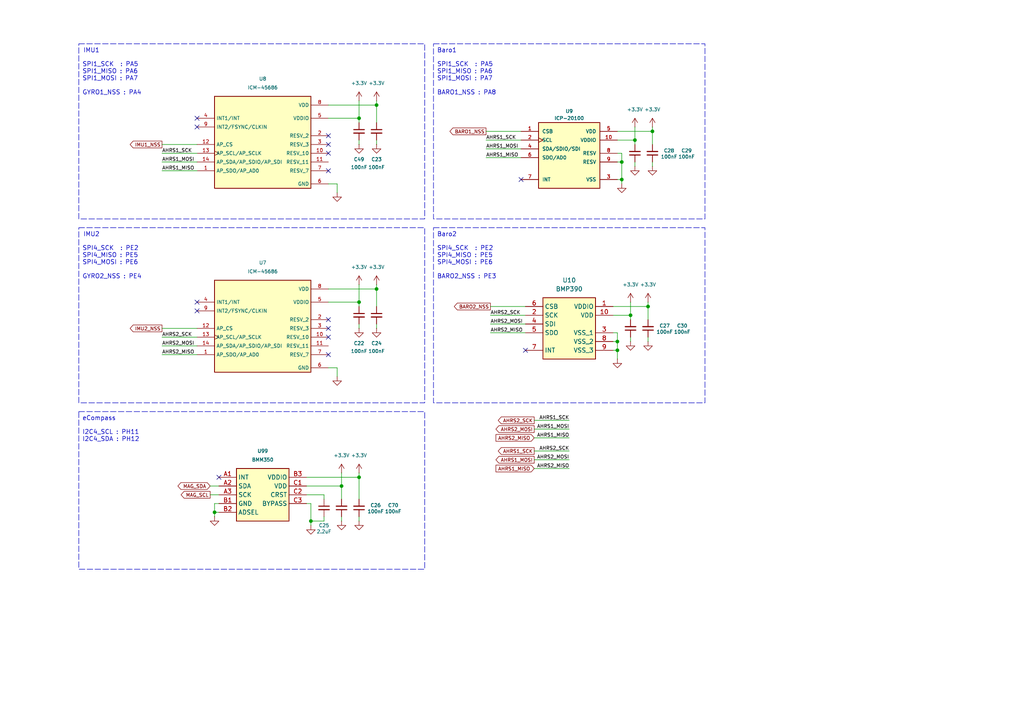
<source format=kicad_sch>
(kicad_sch (version 20250114) (generator "eeschema") (generator_version "9.0")
  (paper "A4")
  (title_block (title "STM32 Flight Controller") (date "2025-07-26") (rev "2.0.0 (WIP)") (company "NARAE") (comment 1 "INHA Univ. Areo-modelling Club") (comment 2 "2024 Winter UAV Project ") (comment 3 "Reversion 2"))
  (lib_symbols
    (symbol "BMM350:BMM350"
      (property "Reference" "IC" (at 0 11.684 0))
      (property "Value" "BMM350" (at 0 9.144 0))
      (symbol "BMM350_1_1"
        (rectangle (start -7.62 7.62) (end 7.62 -7.62) (stroke (width 0.254)) (fill (type background)))
        (pin passive line (at -12.7 5.08 0) (length 5.08) (name "INT") (number "A1"))
        (pin passive line (at -12.7 2.54 0) (length 5.08) (name "SDA") (number "A2"))
        (pin passive line (at -12.7 0 0) (length 5.08) (name "SCK") (number "A3"))
        (pin passive line (at -12.7 -2.54 0) (length 5.08) (name "GND") (number "B1"))
        (pin passive line (at -12.7 -5.08 0) (length 5.08) (name "ADSEL") (number "B2"))
        (pin passive line (at 12.7 5.08 180) (length 5.08) (name "VDDIO") (number "B3"))
        (pin passive line (at 12.7 2.54 180) (length 5.08) (name "VDD") (number "C1"))
        (pin passive line (at 12.7 0 180) (length 5.08) (name "CRST") (number "C2"))
        (pin passive line (at 12.7 -2.54 180) (length 5.08) (name "BYPASS") (number "C3"))
      )
    )
    (symbol "BMP390:BMP390"
      (property "Reference" "U" (at 0 13.716 0))
      (property "Value" "BMP390" (at 0 11.176 0))
      (symbol "BMP390_1_1"
        (rectangle (start -7.62 8.89) (end 7.62 -8.89) (stroke (width 0.254)) (fill (type background)))
        (pin passive line (at -12.7 6.35 0) (length 5.08) (name "CSB") (number "6"))
        (pin passive line (at -12.7 3.81 0) (length 5.08) (name "SCK") (number "2"))
        (pin passive line (at -12.7 1.27 0) (length 5.08) (name "SDI") (number "4"))
        (pin passive line (at -12.7 -1.27 0) (length 5.08) (name "SDO") (number "5"))
        (pin passive line (at -12.7 -6.35 0) (length 5.08) (name "INT") (number "7"))
        (pin passive line (at 12.7 6.35 180) (length 5.08) (name "VDDIO") (number "1"))
        (pin passive line (at 12.7 3.81 180) (length 5.08) (name "VDD") (number "10"))
        (pin passive line (at 12.7 -1.27 180) (length 5.08) (name "VSS_1") (number "3"))
        (pin passive line (at 12.7 -3.81 180) (length 5.08) (name "VSS_2") (number "8"))
        (pin passive line (at 12.7 -6.35 180) (length 5.08) (name "VSS_3") (number "9"))
      )
    )
    (symbol "Device:C_Small" (pin_numbers (hide yes)) (pin_names (offset 0.254) (hide yes))
      (property "Reference" "C" (at 0.254 1.778 0))
      (property "Value" "C_Small" (at 0.254 -2.032 0))
      (symbol "C_Small_0_1"
        (polyline (pts (xy -1.524 0.508) (xy 1.524 0.508)) (stroke (width 0.3048)))
        (polyline (pts (xy -1.524 -0.508) (xy 1.524 -0.508)) (stroke (width 0.3302)))
      )
      (symbol "C_Small_1_1"
        (pin passive line (at 0 2.54 270) (length 2.032) (name "~") (number "1"))
        (pin passive line (at 0 -2.54 90) (length 2.032) (name "~") (number "2"))
      )
    )
    (symbol "ICM-45686:ICM-45686"
      (property "Reference" "U" (at 0 14.224 0))
      (symbol "ICM-45686_0_0"
        (rectangle (start -13.97 12.7) (end 13.97 -13.97) (stroke (width 0.254)) (fill (type background)))
        (pin output line (at -19.05 6.35 0) (length 5.08) (name "INT1/INT") (number "4"))
        (pin bidirectional line (at -19.05 3.81 0) (length 5.08) (name "INT2/FSYNC/CLKIN") (number "9"))
        (pin input line (at -19.05 -1.27 0) (length 5.08) (name "AP_CS") (number "12"))
        (pin input clock (at -19.05 -3.81 0) (length 5.08) (name "AP_SCL/AP_SCLK") (number "13"))
        (pin bidirectional line (at -19.05 -6.35 0) (length 5.08) (name "AP_SDA/AP_SDIO/AP_SDI") (number "14"))
        (pin bidirectional line (at -19.05 -8.89 0) (length 5.08) (name "AP_SDO/AP_AD0") (number "1"))
        (pin power_in line (at 19.05 10.16 180) (length 5.08) (name "VDD") (number "8"))
        (pin power_in line (at 19.05 6.35 180) (length 5.08) (name "VDDIO") (number "5"))
        (pin passive line (at 19.05 1.27 180) (length 5.08) (name "RESV_2") (number "2"))
        (pin passive line (at 19.05 -1.27 180) (length 5.08) (name "RESV_3") (number "3"))
        (pin passive line (at 19.05 -3.81 180) (length 5.08) (name "RESV_10") (number "10"))
        (pin passive line (at 19.05 -6.35 180) (length 5.08) (name "RESV_11") (number "11"))
        (pin passive line (at 19.05 -8.89 180) (length 5.08) (name "RESV_7") (number "7"))
        (pin power_in line (at 19.05 -12.7 180) (length 5.08) (name "GND") (number "6"))
      )
    )
    (symbol "ICP-20100:ICP-20100" (pin_names (offset 1.016))
      (property "Reference" "U" (at 0 12.7 0))
      (property "Value" "ICP-20100" (at 0 -10.16 0))
      (symbol "ICP-20100_0_0"
        (rectangle (start -8.89 11.43) (end 8.89 -7.62) (stroke (width 0.254)) (fill (type background)))
        (pin input line (at -13.97 8.89 0) (length 5.08) (name "CSB") (number "1"))
        (pin input clock (at -13.97 6.35 0) (length 5.08) (name "SCL") (number "2"))
        (pin bidirectional line (at -13.97 3.81 0) (length 5.08) (name "SDA/SDIO/SDI") (number "4"))
        (pin bidirectional line (at -13.97 1.27 0) (length 5.08) (name "SDO/AD0") (number "6"))
        (pin output line (at -13.97 -5.08 0) (length 5.08) (name "INT") (number "7"))
        (pin power_in line (at 13.97 8.89 180) (length 5.08) (name "VDD") (number "5"))
        (pin power_in line (at 13.97 6.35 180) (length 5.08) (name "VDDIO") (number "10"))
        (pin passive line (at 13.97 2.54 180) (length 5.08) (name "RESV") (number "8"))
        (pin passive line (at 13.97 0 180) (length 5.08) (name "RESV") (number "9"))
        (pin power_in line (at 13.97 -5.08 180) (length 5.08) (name "VSS") (number "3"))
      )
    )
    (symbol "power:+3.3V" (power) (pin_numbers (hide yes)) (pin_names (offset 0) (hide yes))
      (property "Value" "+3.3V" (at 0 3.556 0))
      (symbol "+3.3V_0_1"
        (polyline (pts (xy -0.762 1.27) (xy 0 2.54)))
        (polyline (pts (xy 0 2.54) (xy 0.762 1.27)))
        (polyline (pts (xy 0 0) (xy 0 2.54)))
      )
      (symbol "+3.3V_1_1"
        (pin power_in line (at 0 0 90) (length 0) (name "~") (number "1"))
      )
    )
    (symbol "power:GND" (power) (pin_numbers (hide yes)) (pin_names (offset 0) (hide yes))
      (property "Value" "GND" (at 0 -3.81 0))
      (symbol "GND_0_1"
        (polyline (pts (xy 0 0) (xy 0 -1.27) (xy 1.27 -1.27) (xy 0 -2.54) (xy -1.27 -1.27) (xy 0 -1.27)))
      )
      (symbol "GND_1_1"
        (pin power_in line (at 0 0 270) (length 0) (name "~") (number "1"))
      )
    )
  )
  (rectangle (start 22.86 66.04) (end 123.19 116.84) (stroke (width 0) (type dash)))
  (rectangle (start 125.73 12.7) (end 204.47 63.5) (stroke (width 0) (type dash)))
  (rectangle (start 125.73 66.04) (end 204.47 116.84) (stroke (width 0) (type dash)))
  (rectangle (start 22.86 12.7) (end 123.19 63.5) (stroke (width 0) (type dash)))
  (rectangle (start 22.86 119.38) (end 123.19 165.1) (stroke (width 0) (type dash)))
  (text "eCompass" (at 23.876 122.174 0) (effects (font (size 1.27 1.27)) (justify left bottom)))
  (text "Baro1" (at 126.746 15.494 0) (effects (font (size 1.27 1.27)) (justify left bottom)))
  (text "IMU1" (at 24.13 15.494 0) (effects (font (size 1.27 1.27)) (justify left bottom)))
  (text "SPI1_SCK  : PA5\nSPI1_MISO : PA6\nSPI1_MOSI : PA7\n\nBARO1_NSS : PA8" (at 126.746 18.034 0) (effects (font (size 1.27 1.27)) (justify left top)))
  (text "SPI4_SCK  : PE2\nSPI4_MISO : PE5\nSPI4_MOSI : PE6\n\nBARO2_NSS : PE3" (at 126.746 71.374 0) (effects (font (size 1.27 1.27)) (justify left top)))
  (text "SPI1_SCK  : PA5\nSPI1_MISO : PA6\nSPI1_MOSI : PA7\n\nGYRO1_NSS : PA4" (at 23.876 18.034 0) (effects (font (size 1.27 1.27)) (justify left top)))
  (text "SPI4_SCK  : PE2\nSPI4_MISO : PE5\nSPI4_MOSI : PE6\n\nGYRO2_NSS : PE4" (at 23.876 71.374 0) (effects (font (size 1.27 1.27)) (justify left top)))
  (text "I2C4_SCL : PH11\nI2C4_SDA : PH12" (at 23.876 124.714 0) (effects (font (size 1.27 1.27)) (justify left top)))
  (text "IMU2" (at 24.13 68.834 0) (effects (font (size 1.27 1.27)) (justify left bottom)))
  (text "Baro2" (at 126.746 68.834 0) (effects (font (size 1.27 1.27)) (justify left bottom)))
  (junction (at 189.23 38.1))
  (junction (at 182.88 91.44))
  (junction (at 184.15 40.64))
  (junction (at 187.96 88.9))
  (junction (at 179.07 99.06))
  (junction (at 109.22 83.82))
  (junction (at 180.34 46.99))
  (junction (at 104.14 34.29))
  (junction (at 104.14 138.43))
  (junction (at 109.22 30.48))
  (junction (at 179.07 101.6))
  (junction (at 104.14 87.63))
  (junction (at 62.23 148.59))
  (junction (at 90.17 151.13))
  (junction (at 99.06 140.97))
  (junction (at 180.34 52.07))
  (no_connect (at 57.15 90.17))
  (no_connect (at 95.25 44.45))
  (no_connect (at 95.25 97.79))
  (no_connect (at 152.4 101.6))
  (no_connect (at 151.13 52.07))
  (no_connect (at 95.25 92.71))
  (no_connect (at 95.25 95.25))
  (no_connect (at 95.25 41.91))
  (no_connect (at 95.25 49.53))
  (no_connect (at 57.15 36.83))
  (no_connect (at 95.25 39.37))
  (no_connect (at 57.15 34.29))
  (no_connect (at 63.5 138.43))
  (no_connect (at 57.15 87.63))
  (no_connect (at 95.25 102.87))
  (wire (pts (xy 95.25 53.34) (xy 97.79 53.34)))
  (wire (pts (xy 180.34 52.07) (xy 180.34 53.34)))
  (wire (pts (xy 95.25 87.63) (xy 104.14 87.63)))
  (wire (pts (xy 140.97 38.1) (xy 151.13 38.1)))
  (wire (pts (xy 179.07 38.1) (xy 189.23 38.1)))
  (wire (pts (xy 46.99 100.33) (xy 57.15 100.33)))
  (wire (pts (xy 97.79 106.68) (xy 97.79 109.22)))
  (wire (pts (xy 90.17 151.13) (xy 93.98 151.13)))
  (wire (pts (xy 177.8 88.9) (xy 187.96 88.9)))
  (wire (pts (xy 46.99 97.79) (xy 57.15 97.79)))
  (wire (pts (xy 184.15 36.83) (xy 184.15 40.64)))
  (wire (pts (xy 182.88 97.79) (xy 182.88 99.06)))
  (wire (pts (xy 95.25 106.68) (xy 97.79 106.68)))
  (wire (pts (xy 95.25 83.82) (xy 109.22 83.82)))
  (wire (pts (xy 88.9 138.43) (xy 104.14 138.43)))
  (wire (pts (xy 99.06 144.78) (xy 99.06 140.97)))
  (wire (pts (xy 165.1 130.81) (xy 154.94 130.81)))
  (wire (pts (xy 179.07 40.64) (xy 184.15 40.64)))
  (wire (pts (xy 179.07 101.6) (xy 179.07 104.14)))
  (wire (pts (xy 99.06 137.16) (xy 99.06 140.97)))
  (wire (pts (xy 109.22 40.64) (xy 109.22 41.91)))
  (wire (pts (xy 63.5 148.59) (xy 62.23 148.59)))
  (wire (pts (xy 182.88 91.44) (xy 182.88 92.71)))
  (wire (pts (xy 46.99 49.53) (xy 57.15 49.53)))
  (wire (pts (xy 104.14 149.86) (xy 104.14 151.13)))
  (wire (pts (xy 109.22 29.21) (xy 109.22 30.48)))
  (wire (pts (xy 104.14 93.98) (xy 104.14 95.25)))
  (wire (pts (xy 46.99 102.87) (xy 57.15 102.87)))
  (wire (pts (xy 140.97 45.72) (xy 151.13 45.72)))
  (wire (pts (xy 104.14 29.21) (xy 104.14 34.29)))
  (wire (pts (xy 189.23 46.99) (xy 189.23 48.26)))
  (wire (pts (xy 140.97 43.18) (xy 151.13 43.18)))
  (wire (pts (xy 165.1 124.46) (xy 154.94 124.46)))
  (wire (pts (xy 104.14 137.16) (xy 104.14 138.43)))
  (wire (pts (xy 165.1 133.35) (xy 154.94 133.35)))
  (wire (pts (xy 93.98 144.78) (xy 93.98 143.51)))
  (wire (pts (xy 189.23 36.83) (xy 189.23 38.1)))
  (wire (pts (xy 62.23 148.59) (xy 62.23 149.86)))
  (wire (pts (xy 140.97 40.64) (xy 151.13 40.64)))
  (wire (pts (xy 177.8 91.44) (xy 182.88 91.44)))
  (wire (pts (xy 142.24 91.44) (xy 152.4 91.44)))
  (wire (pts (xy 88.9 146.05) (xy 90.17 146.05)))
  (wire (pts (xy 62.23 146.05) (xy 62.23 148.59)))
  (wire (pts (xy 165.1 121.92) (xy 154.94 121.92)))
  (wire (pts (xy 182.88 87.63) (xy 182.88 91.44)))
  (wire (pts (xy 142.24 88.9) (xy 152.4 88.9)))
  (wire (pts (xy 179.07 96.52) (xy 179.07 99.06)))
  (wire (pts (xy 177.8 96.52) (xy 179.07 96.52)))
  (wire (pts (xy 165.1 135.89) (xy 154.94 135.89)))
  (wire (pts (xy 187.96 92.71) (xy 187.96 88.9)))
  (wire (pts (xy 104.14 82.55) (xy 104.14 87.63)))
  (wire (pts (xy 184.15 46.99) (xy 184.15 48.26)))
  (wire (pts (xy 46.99 44.45) (xy 57.15 44.45)))
  (wire (pts (xy 93.98 149.86) (xy 93.98 151.13)))
  (wire (pts (xy 95.25 34.29) (xy 104.14 34.29)))
  (wire (pts (xy 142.24 96.52) (xy 152.4 96.52)))
  (wire (pts (xy 90.17 152.4) (xy 90.17 151.13)))
  (wire (pts (xy 165.1 127) (xy 154.94 127)))
  (wire (pts (xy 104.14 87.63) (xy 104.14 88.9)))
  (wire (pts (xy 104.14 34.29) (xy 104.14 35.56)))
  (wire (pts (xy 63.5 146.05) (xy 62.23 146.05)))
  (wire (pts (xy 189.23 41.91) (xy 189.23 38.1)))
  (wire (pts (xy 109.22 83.82) (xy 109.22 88.9)))
  (wire (pts (xy 179.07 44.45) (xy 180.34 44.45)))
  (wire (pts (xy 177.8 101.6) (xy 179.07 101.6)))
  (wire (pts (xy 60.96 143.51) (xy 63.5 143.51)))
  (wire (pts (xy 142.24 93.98) (xy 152.4 93.98)))
  (wire (pts (xy 104.14 138.43) (xy 104.14 144.78)))
  (wire (pts (xy 46.99 41.91) (xy 57.15 41.91)))
  (wire (pts (xy 180.34 44.45) (xy 180.34 46.99)))
  (wire (pts (xy 109.22 93.98) (xy 109.22 95.25)))
  (wire (pts (xy 184.15 40.64) (xy 184.15 41.91)))
  (wire (pts (xy 46.99 95.25) (xy 57.15 95.25)))
  (wire (pts (xy 109.22 30.48) (xy 109.22 35.56)))
  (wire (pts (xy 180.34 46.99) (xy 180.34 52.07)))
  (wire (pts (xy 60.96 140.97) (xy 63.5 140.97)))
  (wire (pts (xy 99.06 149.86) (xy 99.06 151.13)))
  (wire (pts (xy 97.79 53.34) (xy 97.79 55.88)))
  (wire (pts (xy 88.9 140.97) (xy 99.06 140.97)))
  (wire (pts (xy 46.99 46.99) (xy 57.15 46.99)))
  (wire (pts (xy 187.96 87.63) (xy 187.96 88.9)))
  (wire (pts (xy 179.07 46.99) (xy 180.34 46.99)))
  (wire (pts (xy 95.25 30.48) (xy 109.22 30.48)))
  (wire (pts (xy 177.8 99.06) (xy 179.07 99.06)))
  (wire (pts (xy 179.07 99.06) (xy 179.07 101.6)))
  (wire (pts (xy 90.17 146.05) (xy 90.17 151.13)))
  (wire (pts (xy 187.96 97.79) (xy 187.96 99.06)))
  (wire (pts (xy 179.07 52.07) (xy 180.34 52.07)))
  (wire (pts (xy 88.9 143.51) (xy 93.98 143.51)))
  (wire (pts (xy 109.22 82.55) (xy 109.22 83.82)))
  (wire (pts (xy 104.14 40.64) (xy 104.14 41.91)))
  (label "AHRS1_SCK" (at 140.97 40.64 0) (effects (font (size 1 1))))
  (label "AHRS2_SCK" (at 142.24 91.44 0) (effects (font (size 1 1))))
  (label "AHRS2_MISO" (at 46.99 102.87 0) (effects (font (size 1 1))))
  (label "AHRS2_SCK" (at 46.99 97.79 0) (effects (font (size 1 1))))
  (label "AHRS2_MOSI" (at 165.1 133.35 180) (effects (font (size 1 1))))
  (label "AHRS1_MOSI" (at 46.99 46.99 0) (effects (font (size 1 1))))
  (label "AHRS2_MISO" (at 142.24 96.52 0) (effects (font (size 1 1))))
  (label "AHRS1_SCK" (at 165.1 121.92 180) (effects (font (size 1 1))))
  (label "AHRS2_MISO" (at 165.1 135.89 180) (effects (font (size 1 1))))
  (label "AHRS1_MOSI" (at 140.97 43.18 0) (effects (font (size 1 1))))
  (label "AHRS1_MOSI" (at 165.1 124.46 180) (effects (font (size 1 1))))
  (label "AHRS1_MISO" (at 140.97 45.72 0) (effects (font (size 1 1))))
  (label "AHRS2_MOSI" (at 46.99 100.33 0) (effects (font (size 1 1))))
  (label "AHRS2_MOSI" (at 142.24 93.98 0) (effects (font (size 1 1))))
  (label "AHRS1_SCK" (at 46.99 44.45 0) (effects (font (size 1 1))))
  (label "AHRS2_SCK" (at 165.1 130.81 180) (effects (font (size 1 1))))
  (label "AHRS1_MISO" (at 46.99 49.53 0) (effects (font (size 1 1))))
  (label "AHRS1_MISO" (at 165.1 127 180) (effects (font (size 1 1))))
  (global_label "MAG_SCL" (shape output) (at 60.96 143.51 180) (effects (font (size 1 1))) (property "Intersheetrefs" "${INTERSHEET_REFS}" (effects (hide yes))))
  (global_label "IMU2_NSS" (shape output) (at 46.99 95.25 180) (effects (font (size 1 1))) (property "Intersheetrefs" "${INTERSHEET_REFS}" (effects (hide yes))))
  (global_label "IMU1_NSS" (shape output) (at 46.99 41.91 180) (effects (font (size 1 1))) (property "Intersheetrefs" "${INTERSHEET_REFS}" (effects (hide yes))))
  (global_label "AHRS2_SCK" (shape output) (at 154.94 121.92 180) (effects (font (size 1 1))) (property "Intersheetrefs" "${INTERSHEET_REFS}" (effects (hide yes))))
  (global_label "AHRS2_MISO" (shape input) (at 154.94 127 180) (effects (font (size 1 1))) (property "Intersheetrefs" "${INTERSHEET_REFS}" (effects (hide yes))))
  (global_label "AHRS1_MOSI" (shape output) (at 154.94 133.35 180) (effects (font (size 1 1))) (property "Intersheetrefs" "${INTERSHEET_REFS}" (effects (hide yes))))
  (global_label "MAG_SDA" (shape bidirectional) (at 60.96 140.97 180) (effects (font (size 1 1))) (property "Intersheetrefs" "${INTERSHEET_REFS}" (effects (hide yes))))
  (global_label "AHRS2_MOSI" (shape output) (at 154.94 124.46 180) (effects (font (size 1 1))) (property "Intersheetrefs" "${INTERSHEET_REFS}" (effects (hide yes))))
  (global_label "AHRS1_SCK" (shape output) (at 154.94 130.81 180) (effects (font (size 1 1))) (property "Intersheetrefs" "${INTERSHEET_REFS}" (effects (hide yes))))
  (global_label "AHRS1_MISO" (shape input) (at 154.94 135.89 180) (effects (font (size 1 1))) (property "Intersheetrefs" "${INTERSHEET_REFS}" (effects (hide yes))))
  (global_label "BARO1_NSS" (shape output) (at 140.97 38.1 180) (effects (font (size 1 1))) (property "Intersheetrefs" "${INTERSHEET_REFS}" (effects (hide yes))))
  (global_label "BARO2_NSS" (shape output) (at 142.24 88.9 180) (effects (font (size 1 1))) (property "Intersheetrefs" "${INTERSHEET_REFS}" (effects (hide yes))))
  (symbol (lib_id "Device:C_Small") (at 182.88 95.25 0) (mirror x) (unit 1)
    (property "Reference" "C27" (at 192.786 94.488 0) (effects (font (size 1 1))))
    (property "Value" "100nF" (at 192.786 96.266 0) (effects (font (size 1 1))))
    (property "Footprint" "Capacitor_SMD:C_0402_1005Metric" (effects (hide yes)))
    (property "Description" "Unpolarized capacitor, small symbol" (effects (hide yes)))
    (property "LCSC" "C1525" (effects (hide yes)))
  )
  (symbol (lib_id "Device:C_Small") (at 93.98 147.32 0) (mirror y) (unit 1)
    (property "Reference" "C25" (at 93.98 152.4 0) (effects (font (size 1 1))))
    (property "Value" "2.2uF" (at 93.98 154.178 0) (effects (font (size 1 1))))
    (property "Footprint" "Capacitor_SMD:C_0402_1005Metric" (effects (hide yes)))
    (property "Description" "Unpolarized capacitor, small symbol" (effects (hide yes)))
    (property "LCSC" "C170151" (effects (hide yes)))
  )
  (symbol (lib_id "power:+3.3V") (at 104.14 82.55 0) (unit 1)
    (property "Reference" "#PWR063" (effects (hide yes)))
    (property "Value" "+3.3V" (at 104.14 77.47 0) (effects (font (size 1 1))))
    (property "Description" "Power symbol creates a global label with name \"+3.3V\"" (effects (hide yes)))
  )
  (symbol (lib_id "Device:C_Small") (at 187.96 95.25 0) (mirror x) (unit 1)
    (property "Reference" "C30" (at 197.866 94.488 0) (effects (font (size 1 1))))
    (property "Value" "100nF" (at 197.866 96.266 0) (effects (font (size 1 1))))
    (property "Footprint" "Capacitor_SMD:C_0402_1005Metric" (effects (hide yes)))
    (property "Description" "Unpolarized capacitor, small symbol" (effects (hide yes)))
    (property "LCSC" "C1525" (effects (hide yes)))
  )
  (symbol (lib_id "Device:C_Small") (at 189.23 44.45 0) (mirror x) (unit 1)
    (property "Reference" "C29" (at 199.136 43.688 0) (effects (font (size 1 1))))
    (property "Value" "100nF" (at 199.136 45.466 0) (effects (font (size 1 1))))
    (property "Footprint" "Capacitor_SMD:C_0402_1005Metric" (effects (hide yes)))
    (property "Description" "Unpolarized capacitor, small symbol" (effects (hide yes)))
    (property "LCSC" "C1525" (effects (hide yes)))
  )
  (symbol (lib_id "power:GND") (at 104.14 41.91 0) (unit 1)
    (property "Reference" "#PWR0131" (effects (hide yes)))
    (property "Value" "GND" (effects (hide yes)))
    (property "Description" "Power symbol creates a global label with name \"GND\" , ground" (effects (hide yes)))
  )
  (symbol (lib_id "ICP-20100:ICP-20100") (at 165.1 46.99 0) (unit 1)
    (property "Reference" "U9" (at 165.1 32.258 0) (effects (font (size 1 1))))
    (property "Value" "ICP-20100" (at 165.1 34.29 0) (effects (font (size 1 1))))
    (property "Footprint" "ICP-20100:ICP-20100" (effects (hide yes)))
    (property "MF" "TDK InvenSense" (effects (hide yes)))
    (property "MAXIMUM_PACKAGE_HEIGHT" "0.85mm" (effects (hide yes)))
    (property "Package" "None" (effects (hide yes)))
    (property "Price" "None" (effects (hide yes)))
    (property "Check_prices" "https://www.snapeda.com/parts/ICP-20100/TDK/view-part/?ref=eda" (effects (hide yes)))
    (property "STANDARD" "IPC 7351B" (effects (hide yes)))
    (property "PARTREV" "1.1" (effects (hide yes)))
    (property "SnapEDA_Link" "https://www.snapeda.com/parts/ICP-20100/TDK/view-part/?ref=snap" (effects (hide yes)))
    (property "MP" "ICP-20100" (effects (hide yes)))
    (property "Description_1" "Pressure Sensor 4.35PSI ~ 15.95PSI (30kPa ~ 110kPa) Absolute 20 b 10-VFLGA" (effects (hide yes)))
    (property "Availability" "In Stock" (effects (hide yes)))
    (property "MANUFACTURER" "TDK InvenSense" (effects (hide yes)))
  )
  (symbol (lib_id "power:GND") (at 99.06 151.13 0) (unit 1)
    (property "Reference" "#PWR0158" (effects (hide yes)))
    (property "Value" "GND" (effects (hide yes)))
    (property "Description" "Power symbol creates a global label with name \"GND\" , ground" (effects (hide yes)))
  )
  (symbol (lib_id "ICM-45686:ICM-45686") (at 76.2 40.64 0) (unit 1)
    (property "Reference" "U8" (at 76.2 22.86 0) (effects (font (size 1 1))))
    (property "Value" "ICM-45686" (at 76.2 25.4 0) (effects (font (size 1 1))))
    (property "Footprint" "ICM-45686:ICM-45686" (effects (hide yes)))
    (property "Description" "High Performance Dual-Interface (UI + AUX) 6-Axis MEMS MotionTracking Device" (effects (hide yes)))
  )
  (symbol (lib_id "Device:C_Small") (at 104.14 91.44 0) (unit 1)
    (property "Reference" "C22" (at 104.14 99.568 0) (effects (font (size 1 1))))
    (property "Value" "100nF" (at 104.14 101.854 0) (effects (font (size 1 1))))
    (property "Footprint" "Capacitor_SMD:C_0402_1005Metric" (effects (hide yes)))
    (property "Description" "Unpolarized capacitor, small symbol" (effects (hide yes)))
    (property "LCSC" "C152819" (effects (hide yes)))
  )
  (symbol (lib_id "power:+3.3V") (at 189.23 36.83 0) (unit 1)
    (property "Reference" "#PWR071" (effects (hide yes)))
    (property "Value" "+3.3V" (at 189.23 31.75 0) (effects (font (size 1 1))))
    (property "Description" "Power symbol creates a global label with name \"+3.3V\"" (effects (hide yes)))
  )
  (symbol (lib_id "power:GND") (at 104.14 95.25 0) (unit 1)
    (property "Reference" "#PWR064" (effects (hide yes)))
    (property "Value" "GND" (effects (hide yes)))
    (property "Description" "Power symbol creates a global label with name \"GND\" , ground" (effects (hide yes)))
  )
  (symbol (lib_id "power:GND") (at 62.23 149.86 0) (unit 1)
    (property "Reference" "#PWR0157" (effects (hide yes)))
    (property "Value" "GND" (effects (hide yes)))
    (property "Description" "Power symbol creates a global label with name \"GND\" , ground" (effects (hide yes)))
  )
  (symbol (lib_id "Device:C_Small") (at 109.22 38.1 0) (unit 1)
    (property "Reference" "C23" (at 109.22 46.228 0) (effects (font (size 1 1))))
    (property "Value" "100nF" (at 109.22 48.514 0) (effects (font (size 1 1))))
    (property "Footprint" "Capacitor_SMD:C_0402_1005Metric" (effects (hide yes)))
    (property "Description" "Unpolarized capacitor, small symbol" (effects (hide yes)))
    (property "LCSC" "C152819" (effects (hide yes)))
  )
  (symbol (lib_id "BMP390:BMP390") (at 165.1 95.25 0) (unit 1)
    (property "Reference" "U10" (at 165.1 81.28 0))
    (property "Value" "BMP390" (at 165.1 83.82 0))
    (property "Footprint" "BMP390:BMP390" (effects (hide yes)))
    (property "Datasheet" "https://www.bosch-sensortec.com/media/boschsensortec/downloads/datasheets/bst-bmp390-ds002.pdf" (effects (hide yes)))
    (property "Description" "Board Mount Pressure Sensors" (effects (hide yes)))
    (property "Height" "0.8" (effects (hide yes)))
    (property "Mouser Part Number" "262-BMP390" (effects (hide yes)))
    (property "Mouser Price/Stock" "https://www.mouser.co.uk/ProductDetail/Bosch-Sensortec/BMP390?qs=QNEnbhJQKvYQVfvRMgo2YA%3D%3D" (effects (hide yes)))
    (property "Manufacturer_Name" "BOSCH" (effects (hide yes)))
    (property "Manufacturer_Part_Number" "BMP390" (effects (hide yes)))
  )
  (symbol (lib_id "power:GND") (at 90.17 152.4 0) (unit 1)
    (property "Reference" "#PWR0154" (effects (hide yes)))
    (property "Value" "GND" (effects (hide yes)))
    (property "Description" "Power symbol creates a global label with name \"GND\" , ground" (effects (hide yes)))
  )
  (symbol (lib_id "power:GND") (at 182.88 99.06 0) (unit 1)
    (property "Reference" "#PWR076" (effects (hide yes)))
    (property "Value" "GND" (effects (hide yes)))
    (property "Description" "Power symbol creates a global label with name \"GND\" , ground" (effects (hide yes)))
  )
  (symbol (lib_id "power:+3.3V") (at 109.22 82.55 0) (unit 1)
    (property "Reference" "#PWR066" (effects (hide yes)))
    (property "Value" "+3.3V" (at 109.22 77.47 0) (effects (font (size 1 1))))
    (property "Description" "Power symbol creates a global label with name \"+3.3V\"" (effects (hide yes)))
  )
  (symbol (lib_id "power:GND") (at 189.23 48.26 0) (unit 1)
    (property "Reference" "#PWR069" (effects (hide yes)))
    (property "Value" "GND" (effects (hide yes)))
    (property "Description" "Power symbol creates a global label with name \"GND\" , ground" (effects (hide yes)))
  )
  (symbol (lib_id "Device:C_Small") (at 184.15 44.45 0) (mirror x) (unit 1)
    (property "Reference" "C28" (at 194.056 43.688 0) (effects (font (size 1 1))))
    (property "Value" "100nF" (at 194.056 45.466 0) (effects (font (size 1 1))))
    (property "Footprint" "Capacitor_SMD:C_0402_1005Metric" (effects (hide yes)))
    (property "Description" "Unpolarized capacitor, small symbol" (effects (hide yes)))
    (property "LCSC" "C1525" (effects (hide yes)))
  )
  (symbol (lib_id "power:GND") (at 97.79 109.22 0) (unit 1)
    (property "Reference" "#PWR046" (effects (hide yes)))
    (property "Value" "GND" (effects (hide yes)))
    (property "Description" "Power symbol creates a global label with name \"GND\" , ground" (effects (hide yes)))
  )
  (symbol (lib_id "power:GND") (at 109.22 95.25 0) (unit 1)
    (property "Reference" "#PWR067" (effects (hide yes)))
    (property "Value" "GND" (effects (hide yes)))
    (property "Description" "Power symbol creates a global label with name \"GND\" , ground" (effects (hide yes)))
  )
  (symbol (lib_id "power:+3.3V") (at 104.14 137.16 0) (unit 1)
    (property "Reference" "#PWR0155" (effects (hide yes)))
    (property "Value" "+3.3V" (at 104.14 132.08 0) (effects (font (size 1 1))))
    (property "Description" "Power symbol creates a global label with name \"+3.3V\"" (effects (hide yes)))
  )
  (symbol (lib_id "power:GND") (at 187.96 99.06 0) (unit 1)
    (property "Reference" "#PWR0132" (effects (hide yes)))
    (property "Value" "GND" (effects (hide yes)))
    (property "Description" "Power symbol creates a global label with name \"GND\" , ground" (effects (hide yes)))
  )
  (symbol (lib_id "ICM-45686:ICM-45686") (at 76.2 93.98 0) (unit 1)
    (property "Reference" "U7" (at 76.2 76.2 0) (effects (font (size 1 1))))
    (property "Value" "ICM-45686" (at 76.2 78.74 0) (effects (font (size 1 1))))
    (property "Footprint" "ICM-45686:ICM-45686" (effects (hide yes)))
    (property "Description" "High Performance Dual-Interface (UI + AUX) 6-Axis MEMS MotionTracking Device" (effects (hide yes)))
  )
  (symbol (lib_id "power:GND") (at 184.15 48.26 0) (unit 1)
    (property "Reference" "#PWR050" (effects (hide yes)))
    (property "Value" "GND" (effects (hide yes)))
    (property "Description" "Power symbol creates a global label with name \"GND\" , ground" (effects (hide yes)))
  )
  (symbol (lib_id "Device:C_Small") (at 104.14 147.32 0) (mirror x) (unit 1)
    (property "Reference" "C70" (at 114.046 146.558 0) (effects (font (size 1 1))))
    (property "Value" "100nF" (at 114.046 148.336 0) (effects (font (size 1 1))))
    (property "Footprint" "Capacitor_SMD:C_0402_1005Metric" (effects (hide yes)))
    (property "Description" "Unpolarized capacitor, small symbol" (effects (hide yes)))
    (property "LCSC" "C1525" (effects (hide yes)))
  )
  (symbol (lib_id "power:GND") (at 180.34 53.34 0) (unit 1)
    (property "Reference" "#PWR073" (effects (hide yes)))
    (property "Value" "GND" (effects (hide yes)))
    (property "Description" "Power symbol creates a global label with name \"GND\" , ground" (effects (hide yes)))
  )
  (symbol (lib_id "power:+3.3V") (at 187.96 87.63 0) (unit 1)
    (property "Reference" "#PWR094" (effects (hide yes)))
    (property "Value" "+3.3V" (at 187.96 82.55 0) (effects (font (size 1 1))))
    (property "Description" "Power symbol creates a global label with name \"+3.3V\"" (effects (hide yes)))
  )
  (symbol (lib_id "power:+3.3V") (at 104.14 29.21 0) (unit 1)
    (property "Reference" "#PWR072" (effects (hide yes)))
    (property "Value" "+3.3V" (at 104.14 24.13 0) (effects (font (size 1 1))))
    (property "Description" "Power symbol creates a global label with name \"+3.3V\"" (effects (hide yes)))
  )
  (symbol (lib_id "BMM350:BMM350") (at 76.2 143.51 0) (unit 1)
    (property "Reference" "U99" (at 76.2 130.81 0) (effects (font (size 1 1))))
    (property "Value" "BMM350" (at 76.2 133.35 0) (effects (font (size 1 1))))
    (property "Footprint" "BMM350:BMM350" (effects (hide yes)))
    (property "Datasheet" "https://www.bosch-sensortec.com/media/boschsensortec/downloads/datasheets/bst-bmm350-ds001.pdf" (effects (hide yes)))
    (property "Description" "Board Mount Hall Effect / Magnetic Sensors High-Performance Magnometer" (effects (hide yes)))
    (property "Height" "0.54" (effects (hide yes)))
    (property "Mouser Part Number" "262-BMM350" (effects (hide yes)))
    (property "Mouser Price/Stock" "https://www.mouser.co.uk/ProductDetail/Bosch-Sensortec/BMM350?qs=amGC7iS6iy9v98dnmxozLQ%3D%3D" (effects (hide yes)))
    (property "Manufacturer_Name" "BOSCH" (effects (hide yes)))
    (property "Manufacturer_Part_Number" "BMM350" (effects (hide yes)))
  )
  (symbol (lib_id "power:+3.3V") (at 99.06 137.16 0) (unit 1)
    (property "Reference" "#PWR0156" (effects (hide yes)))
    (property "Value" "+3.3V" (at 99.06 132.08 0) (effects (font (size 1 1))))
    (property "Description" "Power symbol creates a global label with name \"+3.3V\"" (effects (hide yes)))
  )
  (symbol (lib_id "power:GND") (at 97.79 55.88 0) (unit 1)
    (property "Reference" "#PWR092" (effects (hide yes)))
    (property "Value" "GND" (effects (hide yes)))
    (property "Description" "Power symbol creates a global label with name \"GND\" , ground" (effects (hide yes)))
  )
  (symbol (lib_id "Device:C_Small") (at 99.06 147.32 0) (mirror x) (unit 1)
    (property "Reference" "C26" (at 108.966 146.558 0) (effects (font (size 1 1))))
    (property "Value" "100nF" (at 108.966 148.336 0) (effects (font (size 1 1))))
    (property "Footprint" "Capacitor_SMD:C_0402_1005Metric" (effects (hide yes)))
    (property "Description" "Unpolarized capacitor, small symbol" (effects (hide yes)))
    (property "LCSC" "C1525" (effects (hide yes)))
  )
  (symbol (lib_id "power:+3.3V") (at 182.88 87.63 0) (unit 1)
    (property "Reference" "#PWR075" (effects (hide yes)))
    (property "Value" "+3.3V" (at 182.88 82.55 0) (effects (font (size 1 1))))
    (property "Description" "Power symbol creates a global label with name \"+3.3V\"" (effects (hide yes)))
  )
  (symbol (lib_id "power:+3.3V") (at 109.22 29.21 0) (unit 1)
    (property "Reference" "#PWR068" (effects (hide yes)))
    (property "Value" "+3.3V" (at 109.22 24.13 0) (effects (font (size 1 1))))
    (property "Description" "Power symbol creates a global label with name \"+3.3V\"" (effects (hide yes)))
  )
  (symbol (lib_id "power:+3.3V") (at 184.15 36.83 0) (unit 1)
    (property "Reference" "#PWR070" (effects (hide yes)))
    (property "Value" "+3.3V" (at 184.15 31.75 0) (effects (font (size 1 1))))
    (property "Description" "Power symbol creates a global label with name \"+3.3V\"" (effects (hide yes)))
  )
  (symbol (lib_id "power:GND") (at 104.14 151.13 0) (unit 1)
    (property "Reference" "#PWR0159" (effects (hide yes)))
    (property "Value" "GND" (effects (hide yes)))
    (property "Description" "Power symbol creates a global label with name \"GND\" , ground" (effects (hide yes)))
  )
  (symbol (lib_id "power:GND") (at 109.22 41.91 0) (unit 1)
    (property "Reference" "#PWR065" (effects (hide yes)))
    (property "Value" "GND" (effects (hide yes)))
    (property "Description" "Power symbol creates a global label with name \"GND\" , ground" (effects (hide yes)))
  )
  (symbol (lib_id "Device:C_Small") (at 104.14 38.1 0) (unit 1)
    (property "Reference" "C49" (at 104.14 46.228 0) (effects (font (size 1 1))))
    (property "Value" "100nF" (at 104.14 48.514 0) (effects (font (size 1 1))))
    (property "Footprint" "Capacitor_SMD:C_0402_1005Metric" (effects (hide yes)))
    (property "Description" "Unpolarized capacitor, small symbol" (effects (hide yes)))
    (property "LCSC" "C152819" (effects (hide yes)))
  )
  (symbol (lib_id "Device:C_Small") (at 109.22 91.44 0) (unit 1)
    (property "Reference" "C24" (at 109.22 99.568 0) (effects (font (size 1 1))))
    (property "Value" "100nF" (at 109.22 101.854 0) (effects (font (size 1 1))))
    (property "Footprint" "Capacitor_SMD:C_0402_1005Metric" (effects (hide yes)))
    (property "Description" "Unpolarized capacitor, small symbol" (effects (hide yes)))
    (property "LCSC" "C152819" (effects (hide yes)))
  )
  (symbol (lib_id "power:GND") (at 179.07 104.14 0) (unit 1)
    (property "Reference" "#PWR074" (effects (hide yes)))
    (property "Value" "GND" (effects (hide yes)))
    (property "Description" "Power symbol creates a global label with name \"GND\" , ground" (effects (hide yes)))
  )
)
</source>
